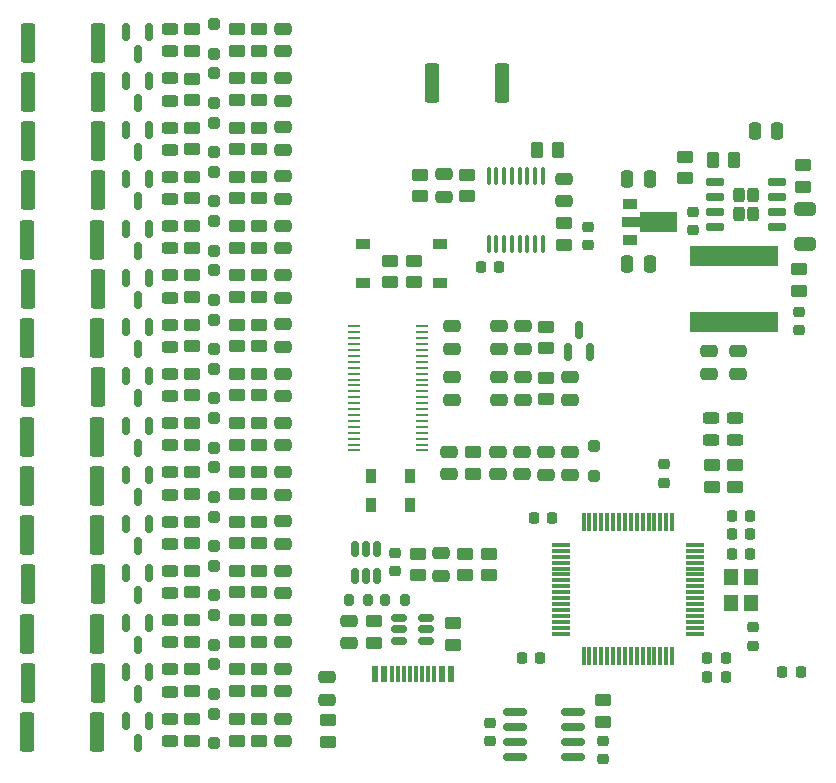
<source format=gtp>
G04 #@! TF.GenerationSoftware,KiCad,Pcbnew,(7.0.0-0)*
G04 #@! TF.CreationDate,2023-03-08T11:07:36+01:00*
G04 #@! TF.ProjectId,Flux_BMS,466c7578-5f42-44d5-932e-6b696361645f,rev?*
G04 #@! TF.SameCoordinates,Original*
G04 #@! TF.FileFunction,Paste,Top*
G04 #@! TF.FilePolarity,Positive*
%FSLAX46Y46*%
G04 Gerber Fmt 4.6, Leading zero omitted, Abs format (unit mm)*
G04 Created by KiCad (PCBNEW (7.0.0-0)) date 2023-03-08 11:07:36*
%MOMM*%
%LPD*%
G01*
G04 APERTURE LIST*
G04 Aperture macros list*
%AMRoundRect*
0 Rectangle with rounded corners*
0 $1 Rounding radius*
0 $2 $3 $4 $5 $6 $7 $8 $9 X,Y pos of 4 corners*
0 Add a 4 corners polygon primitive as box body*
4,1,4,$2,$3,$4,$5,$6,$7,$8,$9,$2,$3,0*
0 Add four circle primitives for the rounded corners*
1,1,$1+$1,$2,$3*
1,1,$1+$1,$4,$5*
1,1,$1+$1,$6,$7*
1,1,$1+$1,$8,$9*
0 Add four rect primitives between the rounded corners*
20,1,$1+$1,$2,$3,$4,$5,0*
20,1,$1+$1,$4,$5,$6,$7,0*
20,1,$1+$1,$6,$7,$8,$9,0*
20,1,$1+$1,$8,$9,$2,$3,0*%
%AMFreePoly0*
4,1,9,3.862500,-0.866500,0.737500,-0.866500,0.737500,-0.450000,-0.737500,-0.450000,-0.737500,0.450000,0.737500,0.450000,0.737500,0.866500,3.862500,0.866500,3.862500,-0.866500,3.862500,-0.866500,$1*%
G04 Aperture macros list end*
%ADD10R,1.200000X0.900000*%
%ADD11RoundRect,0.250000X-0.450000X0.262500X-0.450000X-0.262500X0.450000X-0.262500X0.450000X0.262500X0*%
%ADD12RoundRect,0.250000X0.450000X-0.262500X0.450000X0.262500X-0.450000X0.262500X-0.450000X-0.262500X0*%
%ADD13RoundRect,0.150000X-0.150000X0.587500X-0.150000X-0.587500X0.150000X-0.587500X0.150000X0.587500X0*%
%ADD14R,0.900000X1.200000*%
%ADD15RoundRect,0.250000X-0.475000X0.250000X-0.475000X-0.250000X0.475000X-0.250000X0.475000X0.250000X0*%
%ADD16RoundRect,0.243750X-0.456250X0.243750X-0.456250X-0.243750X0.456250X-0.243750X0.456250X0.243750X0*%
%ADD17RoundRect,0.250000X-0.250000X0.250000X-0.250000X-0.250000X0.250000X-0.250000X0.250000X0.250000X0*%
%ADD18RoundRect,0.250000X-0.362500X-1.425000X0.362500X-1.425000X0.362500X1.425000X-0.362500X1.425000X0*%
%ADD19R,0.600000X1.450000*%
%ADD20R,0.300000X1.450000*%
%ADD21RoundRect,0.225000X0.225000X0.250000X-0.225000X0.250000X-0.225000X-0.250000X0.225000X-0.250000X0*%
%ADD22RoundRect,0.250000X0.475000X-0.250000X0.475000X0.250000X-0.475000X0.250000X-0.475000X-0.250000X0*%
%ADD23RoundRect,0.225000X0.250000X-0.225000X0.250000X0.225000X-0.250000X0.225000X-0.250000X-0.225000X0*%
%ADD24RoundRect,0.225000X-0.250000X0.225000X-0.250000X-0.225000X0.250000X-0.225000X0.250000X0.225000X0*%
%ADD25RoundRect,0.150000X-0.825000X-0.150000X0.825000X-0.150000X0.825000X0.150000X-0.825000X0.150000X0*%
%ADD26RoundRect,0.225000X-0.225000X-0.250000X0.225000X-0.250000X0.225000X0.250000X-0.225000X0.250000X0*%
%ADD27RoundRect,0.150000X0.150000X-0.587500X0.150000X0.587500X-0.150000X0.587500X-0.150000X-0.587500X0*%
%ADD28RoundRect,0.150000X0.512500X0.150000X-0.512500X0.150000X-0.512500X-0.150000X0.512500X-0.150000X0*%
%ADD29RoundRect,0.250000X-0.250000X-0.475000X0.250000X-0.475000X0.250000X0.475000X-0.250000X0.475000X0*%
%ADD30RoundRect,0.100000X0.100000X-0.637500X0.100000X0.637500X-0.100000X0.637500X-0.100000X-0.637500X0*%
%ADD31RoundRect,0.250000X-0.262500X-0.450000X0.262500X-0.450000X0.262500X0.450000X-0.262500X0.450000X0*%
%ADD32RoundRect,0.200000X-0.200000X-0.275000X0.200000X-0.275000X0.200000X0.275000X-0.200000X0.275000X0*%
%ADD33R,1.100000X0.285000*%
%ADD34R,1.300000X0.900000*%
%ADD35FreePoly0,0.000000*%
%ADD36RoundRect,0.075000X0.700000X0.075000X-0.700000X0.075000X-0.700000X-0.075000X0.700000X-0.075000X0*%
%ADD37RoundRect,0.075000X0.075000X0.700000X-0.075000X0.700000X-0.075000X-0.700000X0.075000X-0.700000X0*%
%ADD38RoundRect,0.250000X-0.650000X0.325000X-0.650000X-0.325000X0.650000X-0.325000X0.650000X0.325000X0*%
%ADD39RoundRect,0.250000X0.250000X0.475000X-0.250000X0.475000X-0.250000X-0.475000X0.250000X-0.475000X0*%
%ADD40RoundRect,0.242500X0.242500X0.382500X-0.242500X0.382500X-0.242500X-0.382500X0.242500X-0.382500X0*%
%ADD41RoundRect,0.150000X0.650000X0.150000X-0.650000X0.150000X-0.650000X-0.150000X0.650000X-0.150000X0*%
%ADD42RoundRect,0.200000X0.200000X0.275000X-0.200000X0.275000X-0.200000X-0.275000X0.200000X-0.275000X0*%
%ADD43R,7.500000X1.800000*%
%ADD44RoundRect,0.150000X-0.150000X0.512500X-0.150000X-0.512500X0.150000X-0.512500X0.150000X0.512500X0*%
%ADD45R,1.200000X1.400000*%
G04 APERTURE END LIST*
D10*
X119349999Y-97349999D03*
X119349999Y-94049999D03*
D11*
X110550000Y-134287500D03*
X110550000Y-136112500D03*
X110550000Y-125906676D03*
X110550000Y-127731676D03*
D12*
X108650000Y-123561779D03*
X108650000Y-121736779D03*
D13*
X101200000Y-134461480D03*
X99300000Y-134461480D03*
X100250000Y-136336480D03*
D14*
X123299999Y-113699999D03*
X119999999Y-113699999D03*
D15*
X136850000Y-105350000D03*
X136850000Y-107250000D03*
D12*
X127950000Y-122112500D03*
X127950000Y-120287500D03*
D16*
X102950000Y-134262500D03*
X102950000Y-136137500D03*
D11*
X128150000Y-88187500D03*
X128150000Y-90012500D03*
D15*
X112550000Y-100869794D03*
X112550000Y-102769794D03*
D14*
X123299999Y-116149999D03*
X119999999Y-116149999D03*
D12*
X104850000Y-123561779D03*
X104850000Y-121736779D03*
D11*
X110550000Y-84207706D03*
X110550000Y-86032706D03*
D16*
X148750000Y-108762500D03*
X148750000Y-110637500D03*
D17*
X106750000Y-79620309D03*
X106750000Y-82120309D03*
D13*
X101200000Y-92762500D03*
X99300000Y-92762500D03*
X100250000Y-94637500D03*
D18*
X90887500Y-135398980D03*
X96812500Y-135398980D03*
D16*
X102950000Y-117581882D03*
X102950000Y-119456882D03*
D12*
X121600000Y-97312500D03*
X121600000Y-95487500D03*
D13*
X101200000Y-130291573D03*
X99300000Y-130291573D03*
X100250000Y-132166573D03*
D16*
X102950000Y-121751779D03*
X102950000Y-123626779D03*
D10*
X125849999Y-97349999D03*
X125849999Y-94049999D03*
D17*
X106750000Y-87950000D03*
X106750000Y-90450000D03*
D12*
X108650000Y-131901573D03*
X108650000Y-130076573D03*
D18*
X90887500Y-110379588D03*
X96812500Y-110379588D03*
D13*
X101200000Y-117781882D03*
X99300000Y-117781882D03*
X100250000Y-119656882D03*
D18*
X125137500Y-80400000D03*
X131062500Y-80400000D03*
D12*
X104850000Y-115221985D03*
X104850000Y-113396985D03*
X108650000Y-90192500D03*
X108650000Y-88367500D03*
D19*
X120299999Y-130454999D03*
X121099999Y-130454999D03*
D20*
X122299999Y-130454999D03*
X123299999Y-130454999D03*
X123799999Y-130454999D03*
X124799999Y-130454999D03*
D19*
X125999999Y-130454999D03*
X126799999Y-130454999D03*
X126799999Y-130454999D03*
X125999999Y-130454999D03*
D20*
X125299999Y-130454999D03*
X124299999Y-130454999D03*
X122799999Y-130454999D03*
X121799999Y-130454999D03*
D19*
X121099999Y-130454999D03*
X120299999Y-130454999D03*
D21*
X156375000Y-130300000D03*
X154825000Y-130300000D03*
D12*
X104850000Y-111052088D03*
X104850000Y-109227088D03*
D22*
X126850000Y-107250000D03*
X126850000Y-105350000D03*
D12*
X134850000Y-107212500D03*
X134850000Y-105387500D03*
D18*
X90925000Y-122889279D03*
X96850000Y-122889279D03*
X90925000Y-106209691D03*
X96850000Y-106209691D03*
D15*
X112550000Y-117549382D03*
X112550000Y-119449382D03*
D18*
X90925000Y-97869897D03*
X96850000Y-97869897D03*
D15*
X112550000Y-75850412D03*
X112550000Y-77750412D03*
D17*
X106750000Y-104639691D03*
X106750000Y-107139691D03*
D11*
X110550000Y-121736779D03*
X110550000Y-123561779D03*
D12*
X104850000Y-86032706D03*
X104850000Y-84207706D03*
D23*
X139650000Y-137675000D03*
X139650000Y-136125000D03*
D24*
X152350000Y-126525000D03*
X152350000Y-128075000D03*
D16*
X102950000Y-96732397D03*
X102950000Y-98607397D03*
D15*
X112550000Y-130050000D03*
X112550000Y-131950000D03*
D25*
X132175000Y-133695000D03*
X132175000Y-134965000D03*
X132175000Y-136235000D03*
X132175000Y-137505000D03*
X137125000Y-137505000D03*
X137125000Y-136235000D03*
X137125000Y-134965000D03*
X137125000Y-133695000D03*
D12*
X104850000Y-98542397D03*
X104850000Y-96717397D03*
D15*
X134850000Y-111700000D03*
X134850000Y-113600000D03*
D26*
X150575000Y-118600000D03*
X152125000Y-118600000D03*
D12*
X108650000Y-115221985D03*
X108650000Y-113396985D03*
D18*
X90925000Y-81190309D03*
X96850000Y-81190309D03*
D27*
X136650000Y-103237500D03*
X138550000Y-103237500D03*
X137600000Y-101362500D03*
D12*
X108650000Y-111052088D03*
X108650000Y-109227088D03*
X126950000Y-128012500D03*
X126950000Y-126187500D03*
D13*
X101200000Y-76082912D03*
X99300000Y-76082912D03*
X100250000Y-77957912D03*
D15*
X132850000Y-101050000D03*
X132850000Y-102950000D03*
D24*
X138350000Y-92625000D03*
X138350000Y-94175000D03*
D17*
X106750000Y-92130000D03*
X106750000Y-94630000D03*
D16*
X150850000Y-108762500D03*
X150850000Y-110637500D03*
D17*
X106750000Y-117149382D03*
X106750000Y-119649382D03*
X106750000Y-83790206D03*
X106750000Y-86290206D03*
D28*
X124687500Y-127650000D03*
X124687500Y-126700000D03*
X124687500Y-125750000D03*
X122412500Y-125750000D03*
X122412500Y-126700000D03*
X122412500Y-127650000D03*
D17*
X106750000Y-112979485D03*
X106750000Y-115479485D03*
D12*
X104850000Y-81912500D03*
X104850000Y-80087500D03*
X108650000Y-98542397D03*
X108650000Y-96717397D03*
X104850000Y-119391882D03*
X104850000Y-117566882D03*
D17*
X106750000Y-121319279D03*
X106750000Y-123819279D03*
D12*
X108650000Y-127731676D03*
X108650000Y-125906676D03*
D16*
X102950000Y-84222706D03*
X102950000Y-86097706D03*
D12*
X156562500Y-89212500D03*
X156562500Y-87387500D03*
D13*
X101200000Y-109442088D03*
X99300000Y-109442088D03*
X100250000Y-111317088D03*
D29*
X141700000Y-95800000D03*
X143600000Y-95800000D03*
D16*
X102950000Y-100902294D03*
X102950000Y-102777294D03*
D13*
X101200000Y-121951779D03*
X99300000Y-121951779D03*
X100250000Y-123826779D03*
D15*
X112550000Y-121719279D03*
X112550000Y-123619279D03*
D12*
X129950000Y-122112500D03*
X129950000Y-120287500D03*
D30*
X129975000Y-94062500D03*
X130625000Y-94062500D03*
X131275000Y-94062500D03*
X131925000Y-94062500D03*
X132575000Y-94062500D03*
X133225000Y-94062500D03*
X133875000Y-94062500D03*
X134525000Y-94062500D03*
X134525000Y-88337500D03*
X133875000Y-88337500D03*
X133225000Y-88337500D03*
X132575000Y-88337500D03*
X131925000Y-88337500D03*
X131275000Y-88337500D03*
X130625000Y-88337500D03*
X129975000Y-88337500D03*
D11*
X110550000Y-105057191D03*
X110550000Y-106882191D03*
D18*
X90925000Y-89530103D03*
X96850000Y-89530103D03*
D13*
X101200000Y-113611985D03*
X99300000Y-113611985D03*
X100250000Y-115486985D03*
D15*
X112550000Y-84190206D03*
X112550000Y-86090206D03*
X112550000Y-109209588D03*
X112550000Y-111109588D03*
X151050000Y-103150000D03*
X151050000Y-105050000D03*
D16*
X102950000Y-75882912D03*
X102950000Y-77757912D03*
D22*
X130850000Y-102950000D03*
X130850000Y-101050000D03*
D18*
X90887500Y-93700000D03*
X96812500Y-93700000D03*
D31*
X134037500Y-86100000D03*
X135862500Y-86100000D03*
D32*
X118100000Y-124200000D03*
X119750000Y-124200000D03*
D33*
X124299999Y-111549999D03*
X124299999Y-111049999D03*
X124299999Y-110549999D03*
X124299999Y-110049999D03*
X124299999Y-109549999D03*
X124299999Y-109049999D03*
X124299999Y-108549999D03*
X124299999Y-108049999D03*
X124299999Y-107549999D03*
X124299999Y-107049999D03*
X124299999Y-106549999D03*
X124299999Y-106049999D03*
X124299999Y-105549999D03*
X124299999Y-105049999D03*
X124299999Y-104549999D03*
X124299999Y-104049999D03*
X124299999Y-103549999D03*
X124299999Y-103049999D03*
X124299999Y-102549999D03*
X124299999Y-102049999D03*
X124299999Y-101549999D03*
X124299999Y-101049999D03*
X118599999Y-101049999D03*
X118599999Y-101549999D03*
X118599999Y-102049999D03*
X118599999Y-102549999D03*
X118599999Y-103049999D03*
X118599999Y-103549999D03*
X118599999Y-104049999D03*
X118599999Y-104549999D03*
X118599999Y-105049999D03*
X118599999Y-105549999D03*
X118599999Y-106049999D03*
X118599999Y-106549999D03*
X118599999Y-107049999D03*
X118599999Y-107549999D03*
X118599999Y-108049999D03*
X118599999Y-108549999D03*
X118599999Y-109049999D03*
X118599999Y-109549999D03*
X118599999Y-110049999D03*
X118599999Y-110549999D03*
X118599999Y-111049999D03*
X118599999Y-111549999D03*
D15*
X126150000Y-88150000D03*
X126150000Y-90050000D03*
D17*
X106750000Y-108809588D03*
X106750000Y-111309588D03*
X106750000Y-129659073D03*
X106750000Y-132159073D03*
D12*
X104850000Y-94372500D03*
X104850000Y-92547500D03*
D11*
X110550000Y-117566882D03*
X110550000Y-119391882D03*
D12*
X108650000Y-81862809D03*
X108650000Y-80037809D03*
D22*
X116300000Y-132650000D03*
X116300000Y-130750000D03*
D11*
X110550000Y-88367500D03*
X110550000Y-90192500D03*
D13*
X101200000Y-96932397D03*
X99300000Y-96932397D03*
X100250000Y-98807397D03*
D12*
X104850000Y-90192500D03*
X104850000Y-88367500D03*
D17*
X138850000Y-111200000D03*
X138850000Y-113700000D03*
D13*
X101200000Y-80252809D03*
X99300000Y-80252809D03*
X100250000Y-82127809D03*
D21*
X135325000Y-117300000D03*
X133775000Y-117300000D03*
D11*
X110550000Y-100887294D03*
X110550000Y-102712294D03*
X110550000Y-113396985D03*
X110550000Y-115221985D03*
D34*
X141899999Y-90699999D03*
D35*
X141987500Y-92200000D03*
D34*
X141899999Y-93699999D03*
D12*
X108650000Y-136112500D03*
X108650000Y-134287500D03*
X108650000Y-102712294D03*
X108650000Y-100887294D03*
X104850000Y-77692912D03*
X104850000Y-75867912D03*
D13*
X101200000Y-126121676D03*
X99300000Y-126121676D03*
X100250000Y-127996676D03*
D18*
X90925000Y-131229073D03*
X96850000Y-131229073D03*
D17*
X106750000Y-96299897D03*
X106750000Y-98799897D03*
D12*
X134850000Y-102912500D03*
X134850000Y-101087500D03*
D24*
X156250000Y-99825000D03*
X156250000Y-101375000D03*
D12*
X120250000Y-127812500D03*
X120250000Y-125987500D03*
D11*
X110550000Y-80037809D03*
X110550000Y-81862809D03*
D13*
X101200000Y-101102294D03*
X99300000Y-101102294D03*
X100250000Y-102977294D03*
X101200000Y-105272191D03*
X99300000Y-105272191D03*
X100250000Y-107147191D03*
D16*
X102950000Y-113411985D03*
X102950000Y-115286985D03*
D12*
X146550000Y-88512500D03*
X146550000Y-86687500D03*
X128600000Y-113512500D03*
X128600000Y-111687500D03*
D16*
X102950000Y-105072191D03*
X102950000Y-106947191D03*
D12*
X108650000Y-106882191D03*
X108650000Y-105057191D03*
D17*
X106750000Y-75450412D03*
X106750000Y-77950412D03*
D12*
X108650000Y-94372500D03*
X108650000Y-92547500D03*
D26*
X150575000Y-120300000D03*
X152125000Y-120300000D03*
D18*
X90925000Y-85360206D03*
X96850000Y-85360206D03*
D16*
X102950000Y-130091573D03*
X102950000Y-131966573D03*
D18*
X90925000Y-77020412D03*
X96850000Y-77020412D03*
D15*
X112550000Y-125889176D03*
X112550000Y-127789176D03*
D11*
X116350000Y-134387500D03*
X116350000Y-136212500D03*
D15*
X112550000Y-134250000D03*
X112550000Y-136150000D03*
D12*
X104850000Y-136112500D03*
X104850000Y-134287500D03*
D26*
X150575000Y-117100000D03*
X152125000Y-117100000D03*
D15*
X112550000Y-113379485D03*
X112550000Y-115279485D03*
X132750000Y-111650000D03*
X132750000Y-113550000D03*
D12*
X148850000Y-114612500D03*
X148850000Y-112787500D03*
D17*
X106750000Y-125489176D03*
X106750000Y-127989176D03*
D16*
X102950000Y-125921676D03*
X102950000Y-127796676D03*
D36*
X147425000Y-127050000D03*
X147425000Y-126550000D03*
X147425000Y-126050000D03*
X147425000Y-125550000D03*
X147425000Y-125050000D03*
X147425000Y-124550000D03*
X147425000Y-124050000D03*
X147425000Y-123550000D03*
X147425000Y-123050000D03*
X147425000Y-122550000D03*
X147425000Y-122050000D03*
X147425000Y-121550000D03*
X147425000Y-121050000D03*
X147425000Y-120550000D03*
X147425000Y-120050000D03*
X147425000Y-119550000D03*
D37*
X145500000Y-117625000D03*
X145000000Y-117625000D03*
X144500000Y-117625000D03*
X144000000Y-117625000D03*
X143500000Y-117625000D03*
X143000000Y-117625000D03*
X142500000Y-117625000D03*
X142000000Y-117625000D03*
X141500000Y-117625000D03*
X141000000Y-117625000D03*
X140500000Y-117625000D03*
X140000000Y-117625000D03*
X139500000Y-117625000D03*
X139000000Y-117625000D03*
X138500000Y-117625000D03*
X138000000Y-117625000D03*
D36*
X136075000Y-119550000D03*
X136075000Y-120050000D03*
X136075000Y-120550000D03*
X136075000Y-121050000D03*
X136075000Y-121550000D03*
X136075000Y-122050000D03*
X136075000Y-122550000D03*
X136075000Y-123050000D03*
X136075000Y-123550000D03*
X136075000Y-124050000D03*
X136075000Y-124550000D03*
X136075000Y-125050000D03*
X136075000Y-125550000D03*
X136075000Y-126050000D03*
X136075000Y-126550000D03*
X136075000Y-127050000D03*
D37*
X138000000Y-128975000D03*
X138500000Y-128975000D03*
X139000000Y-128975000D03*
X139500000Y-128975000D03*
X140000000Y-128975000D03*
X140500000Y-128975000D03*
X141000000Y-128975000D03*
X141500000Y-128975000D03*
X142000000Y-128975000D03*
X142500000Y-128975000D03*
X143000000Y-128975000D03*
X143500000Y-128975000D03*
X144000000Y-128975000D03*
X144500000Y-128975000D03*
X145000000Y-128975000D03*
X145500000Y-128975000D03*
D21*
X134325000Y-129100000D03*
X132775000Y-129100000D03*
D38*
X156762500Y-91125000D03*
X156762500Y-94075000D03*
D17*
X106750000Y-133850000D03*
X106750000Y-136350000D03*
D12*
X104850000Y-131901573D03*
X104850000Y-130076573D03*
X108650000Y-77692912D03*
X108650000Y-75867912D03*
D22*
X136350000Y-90450000D03*
X136350000Y-88550000D03*
D39*
X143600000Y-88600000D03*
X141700000Y-88600000D03*
D15*
X112550000Y-80020309D03*
X112550000Y-81920309D03*
D23*
X144850000Y-114275000D03*
X144850000Y-112725000D03*
D40*
X152362500Y-91500000D03*
X152362500Y-89950000D03*
X151162500Y-91500000D03*
X151162500Y-89950000D03*
D41*
X154412500Y-92630000D03*
X154412500Y-91360000D03*
X154412500Y-90090000D03*
X154412500Y-88820000D03*
X149112500Y-88820000D03*
X149112500Y-90090000D03*
X149112500Y-91360000D03*
X149112500Y-92630000D03*
D12*
X150850000Y-114612500D03*
X150850000Y-112787500D03*
D15*
X136850000Y-111700000D03*
X136850000Y-113600000D03*
D18*
X90887500Y-118719382D03*
X96812500Y-118719382D03*
X90887500Y-114549485D03*
X96812500Y-114549485D03*
D16*
X102950000Y-109242088D03*
X102950000Y-111117088D03*
D11*
X136350000Y-92287500D03*
X136350000Y-94112500D03*
X139650000Y-132687500D03*
X139650000Y-134512500D03*
D24*
X147250000Y-91325000D03*
X147250000Y-92875000D03*
D15*
X112550000Y-88350000D03*
X112550000Y-90250000D03*
X148650000Y-103150000D03*
X148650000Y-105050000D03*
X125950000Y-120250000D03*
X125950000Y-122150000D03*
D42*
X122850000Y-124200000D03*
X121200000Y-124200000D03*
D11*
X110550000Y-92547500D03*
X110550000Y-94372500D03*
D13*
X101200000Y-84422706D03*
X99300000Y-84422706D03*
X100250000Y-86297706D03*
D18*
X90887500Y-102039794D03*
X96812500Y-102039794D03*
D16*
X102950000Y-92562500D03*
X102950000Y-94437500D03*
D22*
X130850000Y-107250000D03*
X130850000Y-105350000D03*
D11*
X123950000Y-120287500D03*
X123950000Y-122112500D03*
D23*
X122050000Y-121775000D03*
X122050000Y-120225000D03*
D22*
X126850000Y-102950000D03*
X126850000Y-101050000D03*
D17*
X106750000Y-100469794D03*
X106750000Y-102969794D03*
D11*
X110550000Y-75867912D03*
X110550000Y-77692912D03*
D21*
X130825000Y-96000000D03*
X129275000Y-96000000D03*
D12*
X104850000Y-102712294D03*
X104850000Y-100887294D03*
X104850000Y-106882191D03*
X104850000Y-105057191D03*
X104850000Y-127731676D03*
X104850000Y-125906676D03*
D13*
X101200000Y-88582500D03*
X99300000Y-88582500D03*
X100250000Y-90457500D03*
D12*
X108650000Y-119391882D03*
X108650000Y-117566882D03*
D16*
X102950000Y-80052809D03*
X102950000Y-81927809D03*
D22*
X126600000Y-113550000D03*
X126600000Y-111650000D03*
D23*
X130050000Y-136175000D03*
X130050000Y-134625000D03*
D18*
X90887500Y-127059176D03*
X96812500Y-127059176D03*
D15*
X130750000Y-111650000D03*
X130750000Y-113550000D03*
D29*
X152500000Y-84500000D03*
X154400000Y-84500000D03*
D11*
X110550000Y-109227088D03*
X110550000Y-111052088D03*
X110550000Y-96717397D03*
X110550000Y-98542397D03*
D43*
X150749999Y-95099999D03*
X150749999Y-100699999D03*
D11*
X110550000Y-130076573D03*
X110550000Y-131901573D03*
D44*
X120550000Y-119900000D03*
X119600000Y-119900000D03*
X118650000Y-119900000D03*
X118650000Y-122175000D03*
X119600000Y-122175000D03*
X120550000Y-122175000D03*
D15*
X132850000Y-105350000D03*
X132850000Y-107250000D03*
D26*
X148475000Y-129100000D03*
X150025000Y-129100000D03*
D31*
X148937500Y-87000000D03*
X150762500Y-87000000D03*
D15*
X112550000Y-92530000D03*
X112550000Y-94430000D03*
D12*
X124150000Y-90012500D03*
X124150000Y-88187500D03*
D26*
X148475000Y-130700000D03*
X150025000Y-130700000D03*
D12*
X123600000Y-97312500D03*
X123600000Y-95487500D03*
D15*
X112550000Y-96699897D03*
X112550000Y-98599897D03*
D11*
X156250000Y-96187500D03*
X156250000Y-98012500D03*
D12*
X108650000Y-86032706D03*
X108650000Y-84207706D03*
D15*
X118150000Y-125950000D03*
X118150000Y-127850000D03*
D45*
X152199999Y-124499999D03*
X152199999Y-122299999D03*
X150499999Y-122299999D03*
X150499999Y-124499999D03*
D16*
X102950000Y-88382500D03*
X102950000Y-90257500D03*
D15*
X112550000Y-105039691D03*
X112550000Y-106939691D03*
M02*

</source>
